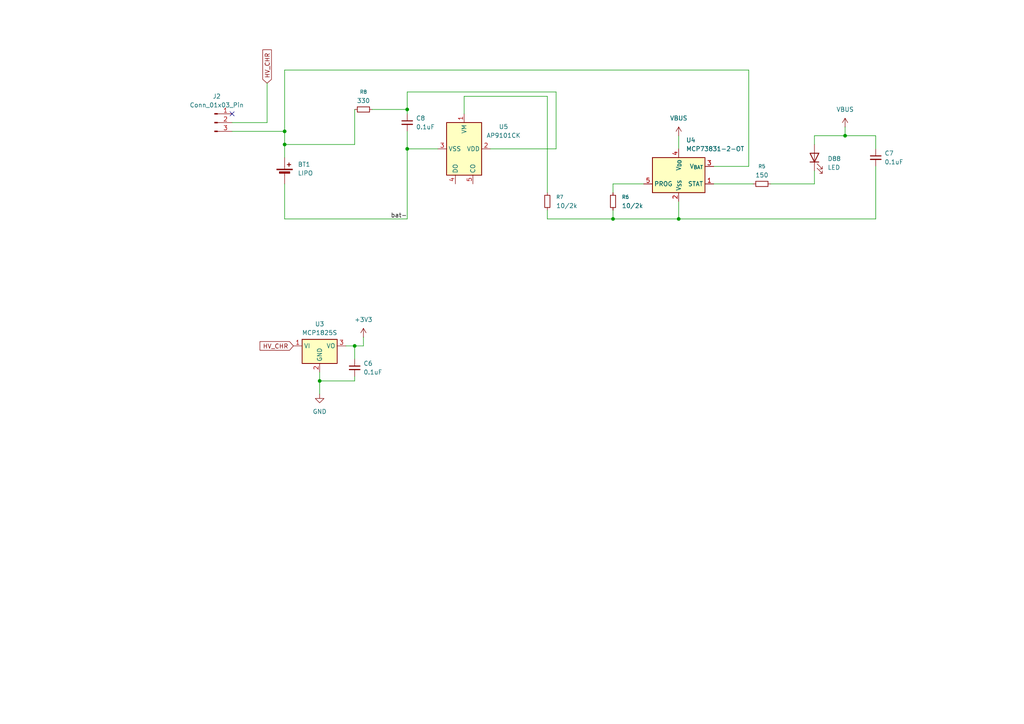
<source format=kicad_sch>
(kicad_sch (version 20250114) (generator "eeschema") (generator_version "9.0")
  (paper "A4")
  (lib_symbols
    (symbol "Battery_Management:AP9101CK"
      (property "Reference" "U" (at -7.62 6.35 0))
      (property "Value" "AP9101CK" (at 6.35 6.35 0))
      (symbol "AP9101CK_0_1"
        (rectangle (start -7.62 5.08) (end 7.62 -5.08) (stroke (width 0.254)) (fill (type background)))
      )
      (symbol "AP9101CK_1_1"
        (pin passive line (at -10.16 0 0) (length 2.54) (name "VM") (number "1"))
        (pin power_in line (at 0 7.62 270) (length 2.54) (name "VDD") (number "2"))
        (pin power_in line (at 0 -7.62 90) (length 2.54) (name "VSS") (number "3"))
        (pin output line (at 10.16 2.54 180) (length 2.54) (name "CO") (number "5"))
        (pin output line (at 10.16 -2.54 180) (length 2.54) (name "DO") (number "4"))
      )
    )
    (symbol "Battery_Management:MCP73831-2-OT"
      (property "Reference" "U" (at -7.62 6.35 0))
      (property "Value" "MCP73831-2-OT" (at 1.27 6.35 0))
      (symbol "MCP73831-2-OT_0_1"
        (rectangle (start -7.62 5.08) (end 7.62 -5.08) (stroke (width 0.254)) (fill (type background)))
      )
      (symbol "MCP73831-2-OT_1_1"
        (pin input line (at -10.16 -2.54 0) (length 2.54) (name "PROG") (number "5"))
        (pin power_in line (at 0 7.62 270) (length 2.54) (name "V_{DD}") (number "4"))
        (pin power_in line (at 0 -7.62 90) (length 2.54) (name "V_{SS}") (number "2"))
        (pin power_out line (at 10.16 2.54 180) (length 2.54) (name "V_{BAT}") (number "3"))
        (pin tri_state line (at 10.16 -2.54 180) (length 2.54) (name "STAT") (number "1"))
      )
    )
    (symbol "Connector:Conn_01x03_Pin" (pin_names (offset 1.016) (hide yes))
      (property "Reference" "J" (at 0 5.08 0))
      (property "Value" "Conn_01x03_Pin" (at 0 -5.08 0))
      (symbol "Conn_01x03_Pin_1_1"
        (rectangle (start 0.8636 2.667) (end 0 2.413) (stroke (width 0.1524)) (fill (type outline)))
        (rectangle (start 0.8636 0.127) (end 0 -0.127) (stroke (width 0.1524)) (fill (type outline)))
        (rectangle (start 0.8636 -2.413) (end 0 -2.667) (stroke (width 0.1524)) (fill (type outline)))
        (polyline (pts (xy 1.27 2.54) (xy 0.8636 2.54)) (stroke (width 0.1524)))
        (polyline (pts (xy 1.27 0) (xy 0.8636 0)) (stroke (width 0.1524)))
        (polyline (pts (xy 1.27 -2.54) (xy 0.8636 -2.54)) (stroke (width 0.1524)))
        (pin passive line (at 5.08 2.54 180) (length 3.81) (name "Pin_1") (number "1"))
        (pin passive line (at 5.08 0 180) (length 3.81) (name "Pin_2") (number "2"))
        (pin passive line (at 5.08 -2.54 180) (length 3.81) (name "Pin_3") (number "3"))
      )
    )
    (symbol "Device:Battery_Cell" (pin_numbers (hide yes)) (pin_names (offset 0) (hide yes))
      (property "Reference" "BT" (at 2.54 2.54 0))
      (property "Value" "Battery_Cell" (at 2.54 0 0))
      (symbol "Battery_Cell_0_1"
        (rectangle (start -2.286 1.778) (end 2.286 1.524) (fill (type outline)))
        (rectangle (start -1.524 1.016) (end 1.524 0.508) (fill (type outline)))
        (polyline (pts (xy 0 1.778) (xy 0 2.54)))
        (polyline (pts (xy 0 0.762) (xy 0 0)))
        (polyline (pts (xy 0.762 3.048) (xy 1.778 3.048)) (stroke (width 0.254)))
        (polyline (pts (xy 1.27 3.556) (xy 1.27 2.54)) (stroke (width 0.254)))
      )
      (symbol "Battery_Cell_1_1"
        (pin passive line (at 0 5.08 270) (length 2.54) (name "+") (number "1"))
        (pin passive line (at 0 -2.54 90) (length 2.54) (name "-") (number "2"))
      )
    )
    (symbol "Device:C_Small" (pin_numbers (hide yes)) (pin_names (offset 0.254) (hide yes))
      (property "Reference" "C" (at 0.254 1.778 0))
      (property "Value" "C_Small" (at 0.254 -2.032 0))
      (symbol "C_Small_0_1"
        (polyline (pts (xy -1.524 0.508) (xy 1.524 0.508)) (stroke (width 0.3048)))
        (polyline (pts (xy -1.524 -0.508) (xy 1.524 -0.508)) (stroke (width 0.3302)))
      )
      (symbol "C_Small_1_1"
        (pin passive line (at 0 2.54 270) (length 2.032) (name "~") (number "1"))
        (pin passive line (at 0 -2.54 90) (length 2.032) (name "~") (number "2"))
      )
    )
    (symbol "Device:LED" (pin_numbers (hide yes)) (pin_names (offset 1.016) (hide yes))
      (property "Reference" "D" (at 0 2.54 0))
      (property "Value" "LED" (at 0 -2.54 0))
      (symbol "LED_0_1"
        (polyline (pts (xy -3.048 -0.762) (xy -4.572 -2.286) (xy -3.81 -2.286) (xy -4.572 -2.286) (xy -4.572 -1.524)))
        (polyline (pts (xy -1.778 -0.762) (xy -3.302 -2.286) (xy -2.54 -2.286) (xy -3.302 -2.286) (xy -3.302 -1.524)))
        (polyline (pts (xy -1.27 0) (xy 1.27 0)))
        (polyline (pts (xy -1.27 -1.27) (xy -1.27 1.27)) (stroke (width 0.254)))
        (polyline (pts (xy 1.27 -1.27) (xy 1.27 1.27) (xy -1.27 0) (xy 1.27 -1.27)) (stroke (width 0.254)))
      )
      (symbol "LED_1_1"
        (pin passive line (at -3.81 0 0) (length 2.54) (name "K") (number "1"))
        (pin passive line (at 3.81 0 180) (length 2.54) (name "A") (number "2"))
      )
    )
    (symbol "Device:R_Small" (pin_numbers (hide yes)) (pin_names (offset 0.254) (hide yes))
      (property "Reference" "R" (at 0 0 90))
      (property "Value" "R_Small" (at 1.778 0 90))
      (symbol "R_Small_0_1"
        (rectangle (start -0.762 1.778) (end 0.762 -1.778) (stroke (width 0.2032)))
      )
      (symbol "R_Small_1_1"
        (pin passive line (at 0 2.54 270) (length 0.762) (name "~") (number "1"))
        (pin passive line (at 0 -2.54 90) (length 0.762) (name "~") (number "2"))
      )
    )
    (symbol "Regulator_Linear:MCP1825S"
      (property "Reference" "U" (at -3.81 3.175 0))
      (property "Value" "MCP1825S" (at 0 3.175 0))
      (symbol "MCP1825S_0_1"
        (rectangle (start -5.08 1.905) (end 5.08 -5.08) (stroke (width 0.254)) (fill (type background)))
      )
      (symbol "MCP1825S_1_1"
        (pin power_in line (at -7.62 0 0) (length 2.54) (name "VI") (number "1"))
        (pin power_in line (at 0 -7.62 90) (length 2.54) (name "GND") (number "2"))
        (pin power_out line (at 7.62 0 180) (length 2.54) (name "VO") (number "3"))
      )
    )
    (symbol "power:+3V3" (power) (pin_numbers (hide yes)) (pin_names (offset 0) (hide yes))
      (property "Value" "+3V3" (at 0 3.556 0))
      (symbol "+3V3_0_1"
        (polyline (pts (xy -0.762 1.27) (xy 0 2.54)))
        (polyline (pts (xy 0 2.54) (xy 0.762 1.27)))
        (polyline (pts (xy 0 0) (xy 0 2.54)))
      )
      (symbol "+3V3_1_1"
        (pin power_in line (at 0 0 90) (length 0) (name "~") (number "1"))
      )
    )
    (symbol "power:GND" (power) (pin_numbers (hide yes)) (pin_names (offset 0) (hide yes))
      (property "Value" "GND" (at 0 -3.81 0))
      (symbol "GND_0_1"
        (polyline (pts (xy 0 0) (xy 0 -1.27) (xy 1.27 -1.27) (xy 0 -2.54) (xy -1.27 -1.27) (xy 0 -1.27)))
      )
      (symbol "GND_1_1"
        (pin power_in line (at 0 0 270) (length 0) (name "~") (number "1"))
      )
    )
    (symbol "power:VBUS" (power) (pin_numbers (hide yes)) (pin_names (offset 0) (hide yes))
      (property "Value" "VBUS" (at 0 3.556 0))
      (symbol "VBUS_0_1"
        (polyline (pts (xy -0.762 1.27) (xy 0 2.54)))
        (polyline (pts (xy 0 2.54) (xy 0.762 1.27)))
        (polyline (pts (xy 0 0) (xy 0 2.54)))
      )
      (symbol "VBUS_1_1"
        (pin power_in line (at 0 0 90) (length 0) (name "~") (number "1"))
      )
    )
  )
  (junction (at 118.11 43.18))
  (junction (at 92.71 110.49))
  (junction (at 118.11 31.75))
  (junction (at 82.55 41.91))
  (junction (at 102.87 100.33))
  (junction (at 82.55 38.1))
  (junction (at 196.85 63.5))
  (junction (at 177.8 63.5))
  (junction (at 245.11 39.37))
  (no_connect (at 67.31 33.02))
  (wire (pts (xy 158.75 27.94) (xy 134.62 27.94)))
  (wire (pts (xy 217.17 20.32) (xy 217.17 48.26)))
  (wire (pts (xy 196.85 39.37) (xy 196.85 43.18)))
  (wire (pts (xy 118.11 26.67) (xy 118.11 31.75)))
  (wire (pts (xy 67.31 35.56) (xy 77.47 35.56)))
  (wire (pts (xy 134.62 27.94) (xy 134.62 33.02)))
  (wire (pts (xy 196.85 63.5) (xy 254 63.5)))
  (wire (pts (xy 107.95 31.75) (xy 118.11 31.75)))
  (wire (pts (xy 177.8 55.88) (xy 177.8 53.34)))
  (wire (pts (xy 161.29 26.67) (xy 118.11 26.67)))
  (wire (pts (xy 158.75 63.5) (xy 177.8 63.5)))
  (wire (pts (xy 82.55 53.34) (xy 82.55 63.5)))
  (wire (pts (xy 142.24 43.18) (xy 161.29 43.18)))
  (wire (pts (xy 102.87 110.49) (xy 102.87 109.22)))
  (wire (pts (xy 245.11 39.37) (xy 236.22 39.37)))
  (wire (pts (xy 177.8 60.96) (xy 177.8 63.5)))
  (wire (pts (xy 158.75 55.88) (xy 158.75 27.94)))
  (wire (pts (xy 82.55 41.91) (xy 102.87 41.91)))
  (wire (pts (xy 92.71 110.49) (xy 92.71 114.3)))
  (wire (pts (xy 236.22 49.53) (xy 236.22 53.34)))
  (wire (pts (xy 82.55 63.5) (xy 118.11 63.5)))
  (wire (pts (xy 82.55 20.32) (xy 217.17 20.32)))
  (wire (pts (xy 236.22 39.37) (xy 236.22 41.91)))
  (wire (pts (xy 82.55 38.1) (xy 82.55 20.32)))
  (wire (pts (xy 254 39.37) (xy 245.11 39.37)))
  (wire (pts (xy 158.75 60.96) (xy 158.75 63.5)))
  (wire (pts (xy 236.22 53.34) (xy 223.52 53.34)))
  (wire (pts (xy 118.11 31.75) (xy 118.11 33.02)))
  (wire (pts (xy 217.17 48.26) (xy 207.01 48.26)))
  (wire (pts (xy 177.8 53.34) (xy 186.69 53.34)))
  (wire (pts (xy 118.11 43.18) (xy 127 43.18)))
  (wire (pts (xy 254 43.18) (xy 254 39.37)))
  (wire (pts (xy 102.87 41.91) (xy 102.87 31.75)))
  (wire (pts (xy 105.41 100.33) (xy 102.87 100.33)))
  (wire (pts (xy 92.71 110.49) (xy 102.87 110.49)))
  (wire (pts (xy 177.8 63.5) (xy 196.85 63.5)))
  (wire (pts (xy 82.55 41.91) (xy 82.55 38.1)))
  (wire (pts (xy 82.55 45.72) (xy 82.55 41.91)))
  (wire (pts (xy 118.11 43.18) (xy 118.11 63.5)))
  (wire (pts (xy 105.41 97.79) (xy 105.41 100.33)))
  (wire (pts (xy 161.29 43.18) (xy 161.29 26.67)))
  (wire (pts (xy 207.01 53.34) (xy 218.44 53.34)))
  (wire (pts (xy 102.87 100.33) (xy 102.87 104.14)))
  (wire (pts (xy 92.71 107.95) (xy 92.71 110.49)))
  (wire (pts (xy 118.11 38.1) (xy 118.11 43.18)))
  (wire (pts (xy 67.31 38.1) (xy 82.55 38.1)))
  (wire (pts (xy 196.85 58.42) (xy 196.85 63.5)))
  (wire (pts (xy 102.87 100.33) (xy 100.33 100.33)))
  (wire (pts (xy 77.47 35.56) (xy 77.47 24.13)))
  (wire (pts (xy 254 63.5) (xy 254 48.26)))
  (wire (pts (xy 245.11 36.83) (xy 245.11 39.37)))
  (label "bat-" (at 118.11 63.5 180))
  (global_label "HV_CHR" (shape input) (at 77.47 24.13 90) (property "Intersheetrefs" "${INTERSHEET_REFS}" (effects (hide yes))))
  (global_label "HV_CHR" (shape input) (at 85.09 100.33 180) (property "Intersheetrefs" "${INTERSHEET_REFS}" (effects (hide yes))))
  (symbol (lib_id "Battery_Management:MCP73831-2-OT") (at 196.85 50.8 0) (unit 1)
    (property "Reference" "U4" (at 198.9933 40.64 0) (effects (justify left)))
    (property "Value" "MCP73831-2-OT" (at 198.9933 43.18 0) (effects (justify left)))
    (property "Footprint" "Package_TO_SOT_SMD:SOT-23-5" (effects (hide yes)))
    (property "Datasheet" "http://ww1.microchip.com/downloads/en/DeviceDoc/20001984g.pdf" (effects (hide yes)))
    (property "Description" "Single cell, Li-Ion/Li-Po charge management controller, 4.20V, Tri-State Status Output, in SOT23-5 package" (effects (hide yes)))
  )
  (symbol (lib_id "Device:R_Small") (at 158.75 58.42 180) (unit 1)
    (property "Reference" "R7" (at 161.29 57.1499 0) (effects (font (size 1.016 1.016)) (justify right)))
    (property "Value" "10/2k" (at 161.29 59.6899 0) (effects (justify right)))
    (property "Description" "Resistor, small symbol" (effects (hide yes)))
  )
  (symbol (lib_id "power:+3V3") (at 105.41 97.79 0) (unit 1)
    (property "Reference" "#PWR022" (effects (hide yes)))
    (property "Value" "+3V3" (at 105.41 92.71 0))
    (property "Description" "Power symbol creates a global label with name \"+3V3\"" (effects (hide yes)))
  )
  (symbol (lib_id "Connector:Conn_01x03_Pin") (at 62.23 35.56 0) (unit 1)
    (property "Reference" "J2" (at 62.865 27.94 0))
    (property "Value" "Conn_01x03_Pin" (at 62.865 30.48 0))
    (property "Description" "Generic connector, single row, 01x03, script generated" (effects (hide yes)))
  )
  (symbol (lib_id "power:VBUS") (at 196.85 39.37 0) (unit 1)
    (property "Reference" "#PWR025" (effects (hide yes)))
    (property "Value" "VBUS" (at 196.85 34.29 0))
    (property "Description" "Power symbol creates a global label with name \"VBUS\"" (effects (hide yes)))
  )
  (symbol (lib_id "Device:C_Small") (at 254 45.72 0) (unit 1)
    (property "Reference" "C7" (at 256.54 44.4562 0) (effects (justify left)))
    (property "Value" "0.1uF" (at 256.54 46.9962 0) (effects (justify left)))
    (property "Description" "Unpolarized capacitor, small symbol" (effects (hide yes)))
  )
  (symbol (lib_id "Device:LED") (at 236.22 45.72 90) (unit 1)
    (property "Reference" "D88" (at 240.03 46.0374 90) (effects (justify right)))
    (property "Value" "LED" (at 240.03 48.5774 90) (effects (justify right)))
    (property "Description" "Light emitting diode" (effects (hide yes)))
    (property "Sim.Pins" "1=K 2=A" (effects (hide yes)))
  )
  (symbol (lib_id "Device:R_Small") (at 177.8 58.42 180) (unit 1)
    (property "Reference" "R6" (at 180.34 57.1499 0) (effects (font (size 1.016 1.016)) (justify right)))
    (property "Value" "10/2k" (at 180.34 59.6899 0) (effects (justify right)))
    (property "Description" "Resistor, small symbol" (effects (hide yes)))
  )
  (symbol (lib_id "Device:C_Small") (at 102.87 106.68 0) (unit 1)
    (property "Reference" "C6" (at 105.41 105.4162 0) (effects (justify left)))
    (property "Value" "0.1uF" (at 105.41 107.9562 0) (effects (justify left)))
    (property "Description" "Unpolarized capacitor, small symbol" (effects (hide yes)))
  )
  (symbol (lib_id "Device:R_Small") (at 220.98 53.34 90) (unit 1)
    (property "Reference" "R5" (at 220.98 48.26 90) (effects (font (size 1.016 1.016))))
    (property "Value" "150" (at 220.98 50.8 90))
    (property "Description" "Resistor, small symbol" (effects (hide yes)))
  )
  (symbol (lib_id "power:VBUS") (at 245.11 36.83 0) (unit 1)
    (property "Reference" "#PWR024" (effects (hide yes)))
    (property "Value" "VBUS" (at 245.11 31.75 0))
    (property "Description" "Power symbol creates a global label with name \"VBUS\"" (effects (hide yes)))
  )
  (symbol (lib_id "power:GND") (at 92.71 114.3 0) (unit 1)
    (property "Reference" "#PWR023" (effects (hide yes)))
    (property "Value" "GND" (at 92.71 119.38 0))
    (property "Description" "Power symbol creates a global label with name \"GND\" , ground" (effects (hide yes)))
  )
  (symbol (lib_id "Battery_Management:AP9101CK") (at 134.62 43.18 270) (unit 1)
    (property "Reference" "U5" (at 146.05 36.7598 90))
    (property "Value" "AP9101CK" (at 146.05 39.2998 90))
    (property "Footprint" "Package_TO_SOT_SMD:SOT-23-5" (effects (hide yes)))
    (property "Datasheet" "https://www.diodes.com/assets/Datasheets/AP9101C.pdf" (effects (hide yes)))
    (property "Description" "Li+ Battery Protection IC for Single Cell Pack, SOT-23-5" (effects (hide yes)))
  )
  (symbol (lib_id "Regulator_Linear:MCP1825S") (at 92.71 100.33 0) (unit 1)
    (property "Reference" "U3" (at 92.71 93.98 0))
    (property "Value" "MCP1825S" (at 92.71 96.52 0))
    (property "Datasheet" "http://ww1.microchip.com/downloads/en/devicedoc/22056b.pdf" (effects (hide yes)))
    (property "Description" "500mA, Low-Voltage, Low Quiescent Current LDO Regulator, SOT-223, TO-220, TO-263" (effects (hide yes)))
  )
  (symbol (lib_id "Device:Battery_Cell") (at 82.55 50.8 0) (unit 1)
    (property "Reference" "BT1" (at 86.36 47.6884 0) (effects (justify left)))
    (property "Value" "LIPO" (at 86.36 50.2284 0) (effects (justify left)))
    (property "Description" "Single-cell battery" (effects (hide yes)))
  )
  (symbol (lib_id "Device:R_Small") (at 105.41 31.75 270) (unit 1)
    (property "Reference" "R8" (at 105.41 26.67 90) (effects (font (size 1.016 1.016))))
    (property "Value" "330" (at 105.41 29.21 90))
    (property "Description" "Resistor, small symbol" (effects (hide yes)))
  )
  (symbol (lib_id "Device:C_Small") (at 118.11 35.56 0) (unit 1)
    (property "Reference" "C8" (at 120.65 34.2962 0) (effects (justify left)))
    (property "Value" "0.1uF" (at 120.65 36.8362 0) (effects (justify left)))
    (property "Description" "Unpolarized capacitor, small symbol" (effects (hide yes)))
  )
)
</source>
